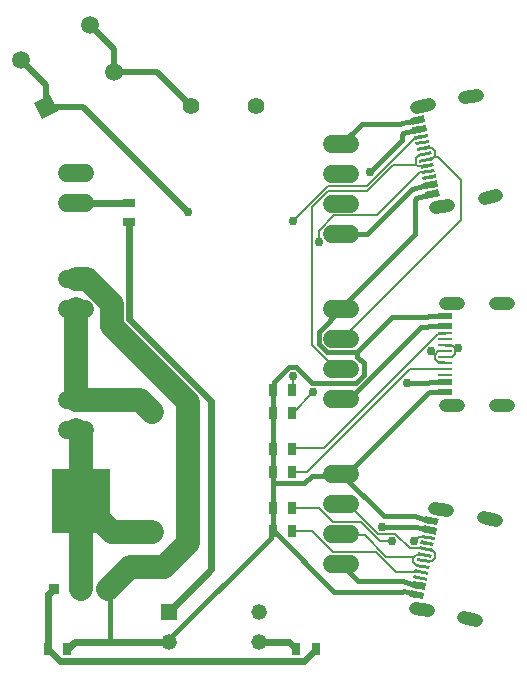
<source format=gbr>
G04 EAGLE Gerber RS-274X export*
G75*
%MOMM*%
%FSLAX34Y34*%
%LPD*%
%INTop Copper*%
%IPPOS*%
%AMOC8*
5,1,8,0,0,1.08239X$1,22.5*%
G01*
G04 Define Apertures*
%ADD10C,1.524000*%
%ADD11R,0.575000X1.150000*%
%ADD12R,0.275000X1.150000*%
%ADD13C,1.108000*%
%ADD14R,1.150000X0.575000*%
%ADD15R,1.150000X0.275000*%
%ADD16R,0.798700X0.973900*%
%ADD17R,0.973900X0.798700*%
%ADD18R,1.320800X1.320800*%
%ADD19C,1.320800*%
%ADD20C,1.676400*%
%ADD21R,0.909000X0.908000*%
%ADD22R,4.923800X5.505400*%
%ADD23C,1.400000*%
%ADD24C,1.498000*%
%ADD25R,1.498000X1.498000*%
%ADD26C,0.152400*%
%ADD27C,0.406400*%
%ADD28C,0.756400*%
%ADD29C,2.000000*%
%ADD30C,0.609600*%
%ADD31C,0.508000*%
D10*
X812380Y-12700D02*
X827620Y-12700D01*
X827620Y12700D02*
X812380Y12700D01*
X812380Y38100D02*
X827620Y38100D01*
X827620Y-38100D02*
X812380Y-38100D01*
X812380Y127300D02*
X827620Y127300D01*
X827620Y152700D02*
X812380Y152700D01*
X812380Y178100D02*
X827620Y178100D01*
X827620Y101900D02*
X812380Y101900D01*
X812380Y-152700D02*
X827620Y-152700D01*
X827620Y-127300D02*
X812380Y-127300D01*
X812380Y-101900D02*
X827620Y-101900D01*
X827620Y-178100D02*
X812380Y-178100D01*
D11*
G36*
X902218Y139380D02*
X903315Y133736D01*
X892028Y131542D01*
X890931Y137186D01*
X902218Y139380D01*
G37*
G36*
X900692Y147233D02*
X901789Y141589D01*
X890502Y139395D01*
X889405Y145039D01*
X900692Y147233D01*
G37*
D12*
G36*
X898784Y157049D02*
X899309Y154351D01*
X888022Y152157D01*
X887497Y154855D01*
X898784Y157049D01*
G37*
G36*
X896875Y166865D02*
X897400Y164167D01*
X886113Y161973D01*
X885588Y164671D01*
X896875Y166865D01*
G37*
G36*
X895921Y171773D02*
X896446Y169075D01*
X885159Y166881D01*
X884634Y169579D01*
X895921Y171773D01*
G37*
G36*
X894013Y181589D02*
X894538Y178891D01*
X883251Y176697D01*
X882726Y179395D01*
X894013Y181589D01*
G37*
D11*
G36*
X890007Y202204D02*
X891104Y196560D01*
X879817Y194366D01*
X878720Y200010D01*
X890007Y202204D01*
G37*
G36*
X891533Y194351D02*
X892630Y188707D01*
X881343Y186513D01*
X880246Y192157D01*
X891533Y194351D01*
G37*
D12*
G36*
X893059Y186497D02*
X893584Y183799D01*
X882297Y181605D01*
X881772Y184303D01*
X893059Y186497D01*
G37*
G36*
X894967Y176681D02*
X895492Y173983D01*
X884205Y171789D01*
X883680Y174487D01*
X894967Y176681D01*
G37*
G36*
X897830Y161957D02*
X898355Y159259D01*
X887068Y157065D01*
X886543Y159763D01*
X897830Y161957D01*
G37*
G36*
X899738Y152140D02*
X900263Y149442D01*
X888976Y147248D01*
X888451Y149946D01*
X899738Y152140D01*
G37*
D13*
X910343Y126621D02*
X899467Y124507D01*
X882981Y209319D02*
X893857Y211433D01*
X940499Y132483D02*
X951375Y134597D01*
X934889Y219409D02*
X924013Y217295D01*
D14*
X907838Y-32000D03*
X907838Y-24000D03*
D15*
X907838Y-12500D03*
X907838Y-2500D03*
X907838Y2500D03*
X907838Y12500D03*
D14*
X907838Y32000D03*
X907838Y24000D03*
D15*
X907838Y17500D03*
X907838Y7500D03*
X907838Y-7500D03*
X907838Y-17500D03*
D13*
X908048Y-43200D02*
X919128Y-43200D01*
X919128Y43200D02*
X908048Y43200D01*
X949848Y-43200D02*
X960928Y-43200D01*
X960928Y43200D02*
X949848Y43200D01*
D11*
G36*
X890287Y-202080D02*
X889190Y-207724D01*
X877903Y-205530D01*
X879000Y-199886D01*
X890287Y-202080D01*
G37*
G36*
X891814Y-194227D02*
X890717Y-199871D01*
X879430Y-197677D01*
X880527Y-192033D01*
X891814Y-194227D01*
G37*
D12*
G36*
X893722Y-184412D02*
X893197Y-187110D01*
X881910Y-184916D01*
X882435Y-182218D01*
X893722Y-184412D01*
G37*
G36*
X895630Y-174595D02*
X895105Y-177293D01*
X883818Y-175099D01*
X884343Y-172401D01*
X895630Y-174595D01*
G37*
G36*
X896584Y-169687D02*
X896059Y-172385D01*
X884772Y-170191D01*
X885297Y-167493D01*
X896584Y-169687D01*
G37*
G36*
X898492Y-159871D02*
X897967Y-162569D01*
X886680Y-160375D01*
X887205Y-157677D01*
X898492Y-159871D01*
G37*
D11*
G36*
X902499Y-139256D02*
X901402Y-144900D01*
X890115Y-142706D01*
X891212Y-137062D01*
X902499Y-139256D01*
G37*
G36*
X900972Y-147109D02*
X899875Y-152753D01*
X888588Y-150559D01*
X889685Y-144915D01*
X900972Y-147109D01*
G37*
D12*
G36*
X899446Y-154963D02*
X898921Y-157661D01*
X887634Y-155467D01*
X888159Y-152769D01*
X899446Y-154963D01*
G37*
G36*
X897538Y-164779D02*
X897013Y-167477D01*
X885726Y-165283D01*
X886251Y-162585D01*
X897538Y-164779D01*
G37*
G36*
X894676Y-179503D02*
X894151Y-182201D01*
X882864Y-180007D01*
X883389Y-177309D01*
X894676Y-179503D01*
G37*
G36*
X892768Y-189320D02*
X892243Y-192018D01*
X880956Y-189824D01*
X881481Y-187126D01*
X892768Y-189320D01*
G37*
D13*
X893041Y-216954D02*
X882164Y-214840D01*
X898650Y-130027D02*
X909527Y-132141D01*
X923196Y-222815D02*
X934073Y-224930D01*
X950559Y-140117D02*
X939682Y-138003D01*
D16*
X571848Y-250000D03*
X588152Y-250000D03*
D17*
X640000Y111848D03*
X640000Y128152D03*
D10*
X602859Y-63989D02*
X587619Y-63989D01*
X587619Y-38589D02*
X602859Y-38589D01*
D18*
X673856Y-218077D03*
D19*
X673856Y-243477D03*
X750056Y-243477D03*
X750056Y-218077D03*
D20*
X660000Y-150800D03*
X660000Y-49200D03*
D21*
X576341Y-198835D03*
X599455Y-198835D03*
X622569Y-198835D03*
D22*
X599455Y-124016D03*
D16*
X798152Y-250000D03*
X781848Y-250000D03*
D10*
X602930Y127749D02*
X587690Y127749D01*
X587690Y153149D02*
X602930Y153149D01*
X602930Y37749D02*
X587690Y37749D01*
X587690Y63149D02*
X602930Y63149D01*
D23*
X692500Y210000D03*
X747500Y210000D03*
D16*
X778152Y-30000D03*
X761848Y-30000D03*
X778152Y-50000D03*
X761848Y-50000D03*
X778152Y-80000D03*
X761848Y-80000D03*
X778152Y-100000D03*
X761848Y-100000D03*
X778152Y-130000D03*
X761848Y-130000D03*
X778152Y-150000D03*
X761848Y-150000D03*
D24*
X606834Y278856D03*
X627543Y238905D03*
X549126Y248943D03*
D25*
G36*
X559739Y212194D02*
X573037Y219088D01*
X579931Y205790D01*
X566633Y198896D01*
X559739Y212194D01*
G37*
D26*
X891540Y164592D02*
X896112Y164592D01*
X898779Y167259D02*
X899160Y167640D01*
X898779Y167259D02*
X896112Y164592D01*
X899160Y167640D02*
X899160Y172212D01*
X896874Y174498D01*
X890016Y174498D01*
X891540Y164592D02*
X891494Y164419D01*
X889586Y174235D02*
X890016Y174498D01*
X899160Y166878D02*
X901446Y166878D01*
X921258Y147066D01*
X921258Y113538D01*
X820674Y12954D01*
X899160Y166878D02*
X898779Y167259D01*
X820674Y12954D02*
X820000Y12700D01*
D27*
X889568Y142033D02*
X895597Y143314D01*
X889568Y142033D02*
X880000Y140000D01*
X841900Y101900D01*
X820000Y101900D01*
X872000Y187000D02*
X886438Y190432D01*
X894000Y24000D02*
X907838Y24000D01*
X907838Y-24000D02*
X895000Y-24000D01*
X883000Y-146000D02*
X894780Y-148834D01*
X885622Y-195952D02*
X874000Y-193000D01*
X872490Y-192024D02*
X834390Y-192024D01*
X820674Y-178308D01*
X872490Y-192024D02*
X874000Y-193000D01*
X820674Y-178308D02*
X820000Y-178100D01*
X854202Y-146304D02*
X880872Y-146304D01*
X883000Y-146000D01*
X871728Y181356D02*
X871728Y185166D01*
X871728Y181356D02*
X844296Y153924D01*
X871728Y185166D02*
X872000Y187000D01*
X875538Y-24384D02*
X893064Y-24384D01*
X895000Y-24000D01*
X892302Y22860D02*
X887730Y22860D01*
X826770Y-38100D01*
X820000Y-38100D01*
X892302Y22860D02*
X894000Y24000D01*
D28*
X854202Y-146304D03*
X844296Y153924D03*
X875538Y-24384D03*
D26*
X886206Y169164D02*
X890016Y169164D01*
X886206Y169164D02*
X883158Y166116D01*
X883158Y160782D01*
X883539Y160401D02*
X884682Y159258D01*
X883539Y160401D02*
X883158Y160782D01*
X884682Y159258D02*
X892302Y159258D01*
X890016Y169164D02*
X890540Y169327D01*
X892449Y159511D02*
X892302Y159258D01*
X883158Y160020D02*
X864108Y160020D01*
X842010Y137922D01*
X808482Y137922D01*
X794766Y124206D01*
X794766Y7620D01*
X814578Y-12192D01*
X819912Y-12192D01*
X883158Y160020D02*
X883539Y160401D01*
X819912Y-12192D02*
X820000Y-12700D01*
X908304Y-2286D02*
X913638Y-2286D01*
X915924Y0D01*
X915924Y5334D01*
X914400Y6858D01*
X908304Y6858D01*
X908304Y-2286D02*
X907838Y-2500D01*
X908304Y6858D02*
X907838Y7500D01*
X915924Y5334D02*
X918972Y5334D01*
D28*
X918972Y5334D03*
D26*
X907542Y-6858D02*
X901446Y-6858D01*
X899160Y-4572D01*
X899160Y-762D01*
X899541Y-381D02*
X902208Y2286D01*
X899541Y-381D02*
X899160Y-762D01*
X902208Y2286D02*
X907542Y2286D01*
X907542Y-6858D02*
X907838Y-7500D01*
X907542Y2286D02*
X907838Y2500D01*
X899541Y-381D02*
X896874Y2286D01*
X896112Y2286D01*
D28*
X896112Y2286D03*
D26*
X896874Y-175260D02*
X890016Y-175260D01*
X896874Y-175260D02*
X899160Y-172974D01*
X899160Y-168402D01*
X896112Y-165354D01*
X892302Y-165354D01*
X889724Y-174847D02*
X890016Y-175260D01*
X892302Y-165354D02*
X891632Y-165031D01*
X891540Y-164592D02*
X877824Y-164592D01*
X865632Y-152400D01*
X851154Y-152400D01*
X826770Y-128016D01*
X820674Y-128016D01*
X891540Y-164592D02*
X891632Y-165031D01*
X820674Y-128016D02*
X820000Y-127300D01*
X883920Y-179070D02*
X888492Y-179070D01*
X883920Y-179070D02*
X880872Y-176022D01*
X880872Y-172212D01*
X881253Y-171831D02*
X883158Y-169926D01*
X881253Y-171831D02*
X880872Y-172212D01*
X883158Y-169926D02*
X890016Y-169926D01*
X888492Y-179070D02*
X888770Y-179755D01*
X890016Y-169926D02*
X890678Y-169939D01*
X880872Y-171450D02*
X858012Y-171450D01*
X839724Y-153162D01*
X820674Y-153162D01*
X880872Y-171450D02*
X881253Y-171831D01*
X820674Y-153162D02*
X820000Y-152700D01*
D29*
X641404Y-180000D02*
X622569Y-198835D01*
X641404Y-180000D02*
X670000Y-180000D01*
X690000Y-160000D01*
D30*
X594675Y-243477D02*
X588152Y-250000D01*
X594675Y-243477D02*
X624078Y-243477D01*
X673856Y-243477D01*
D29*
X690000Y-160000D02*
X690000Y-40608D01*
X625428Y23964D02*
X625428Y42325D01*
X604604Y63149D01*
X595310Y63149D01*
X625428Y23964D02*
X690000Y-40608D01*
D27*
X895000Y-32000D02*
X907838Y-32000D01*
X907838Y32000D02*
X894000Y32000D01*
X884000Y-138000D02*
X896307Y-140981D01*
X884095Y-203805D02*
X873000Y-201000D01*
X871000Y196000D02*
X884912Y198285D01*
X897123Y135461D02*
X883000Y132000D01*
X892302Y31242D02*
X862584Y31242D01*
X832866Y1524D01*
X807720Y1524D01*
X800862Y8382D01*
X800862Y19050D01*
X819912Y38100D01*
X892302Y31242D02*
X894000Y32000D01*
X820000Y38100D02*
X819912Y38100D01*
X882396Y101346D02*
X882396Y130302D01*
X882396Y101346D02*
X820674Y39624D01*
X882396Y130302D02*
X883000Y132000D01*
X820674Y39624D02*
X820000Y38100D01*
X855726Y-137160D02*
X882396Y-137160D01*
X855726Y-137160D02*
X820674Y-102108D01*
X882396Y-137160D02*
X884000Y-138000D01*
X820674Y-102108D02*
X820000Y-101900D01*
X822960Y-102870D02*
X893064Y-32766D01*
X895000Y-32000D01*
X822960Y-102870D02*
X820000Y-101900D01*
X762000Y-99822D02*
X762000Y-80010D01*
X762000Y-99822D02*
X761848Y-100000D01*
X762000Y-80010D02*
X761848Y-80000D01*
X762000Y-49530D02*
X762000Y-30480D01*
X762000Y-49530D02*
X761848Y-50000D01*
X762000Y-30480D02*
X761848Y-30000D01*
X762000Y-51816D02*
X762000Y-78486D01*
X761848Y-80000D01*
X762000Y-51816D02*
X761848Y-50000D01*
X762000Y-130302D02*
X762000Y-149352D01*
X761848Y-150000D01*
X762000Y-130302D02*
X761848Y-130000D01*
X813816Y-201168D02*
X870966Y-201168D01*
X813816Y-201168D02*
X763524Y-150876D01*
X870966Y-201168D02*
X873000Y-201000D01*
X763524Y-150876D02*
X761848Y-150000D01*
X762000Y-128016D02*
X762000Y-108966D01*
X762000Y-101346D01*
X761848Y-100000D01*
X762000Y-128016D02*
X761848Y-130000D01*
X794766Y-102870D02*
X818388Y-102870D01*
X794766Y-102870D02*
X788670Y-108966D01*
X762000Y-108966D01*
X818388Y-102870D02*
X820000Y-101900D01*
X833628Y-2286D02*
X833628Y0D01*
X833628Y-2286D02*
X838962Y-7620D01*
X838962Y-17526D01*
X832104Y-24384D01*
X795528Y-24384D01*
X781812Y-10668D01*
X775716Y-10668D01*
X762762Y-23622D01*
X762762Y-28194D01*
X832866Y1524D02*
X833628Y0D01*
X762762Y-28194D02*
X761848Y-30000D01*
X837438Y195072D02*
X869442Y195072D01*
X837438Y195072D02*
X820674Y178308D01*
X869442Y195072D02*
X871000Y196000D01*
X820674Y178308D02*
X820000Y178100D01*
X624078Y-208788D02*
X624078Y-243477D01*
X624078Y-208788D02*
X622569Y-198835D01*
X760476Y-155448D02*
X760476Y-151638D01*
X760476Y-155448D02*
X675132Y-240792D01*
X760476Y-151638D02*
X761848Y-150000D01*
X675132Y-240792D02*
X673856Y-243477D01*
D26*
X778764Y-29718D02*
X778764Y-18288D01*
X778764Y112776D02*
X808482Y142494D01*
X842010Y142494D01*
X883158Y183642D01*
X886968Y183642D01*
X778764Y-29718D02*
X778152Y-30000D01*
X886968Y183642D02*
X887678Y184051D01*
D28*
X778764Y-18288D03*
X778764Y112776D03*
D26*
X796290Y-32004D02*
X778764Y-49530D01*
X800862Y94488D02*
X800862Y104394D01*
X813816Y117348D01*
X850392Y117348D01*
X886968Y153924D01*
X893064Y153924D01*
X778764Y-49530D02*
X778152Y-50000D01*
X893064Y153924D02*
X893403Y154603D01*
D28*
X796290Y-32004D03*
X800862Y94488D03*
D26*
X805434Y-79248D02*
X778764Y-79248D01*
X805434Y-79248D02*
X901446Y16764D01*
X907542Y16764D01*
X778764Y-79248D02*
X778152Y-80000D01*
X907542Y16764D02*
X907838Y17500D01*
X790956Y-99822D02*
X778764Y-99822D01*
X790956Y-99822D02*
X877824Y-12954D01*
X907542Y-12954D01*
X778764Y-99822D02*
X778152Y-100000D01*
X907542Y-12954D02*
X907838Y-12500D01*
X800862Y-130302D02*
X778764Y-130302D01*
X800862Y-130302D02*
X813054Y-142494D01*
X836676Y-142494D01*
X852678Y-158496D01*
X862584Y-158496D01*
X881634Y-158496D02*
X885444Y-154686D01*
X893064Y-154686D01*
X778764Y-130302D02*
X778152Y-130000D01*
X893064Y-154686D02*
X893540Y-155215D01*
D28*
X862584Y-158496D03*
X881634Y-158496D03*
D26*
X795528Y-150114D02*
X778764Y-150114D01*
X795528Y-150114D02*
X813054Y-167640D01*
X849630Y-167640D01*
X866394Y-184404D01*
X887730Y-184404D01*
X778764Y-150114D02*
X778152Y-150000D01*
X887730Y-184404D02*
X887816Y-184664D01*
D30*
X595310Y127749D02*
X595713Y128152D01*
X640000Y128152D01*
X640000Y111848D02*
X640000Y30000D01*
X710000Y-40000D01*
X710000Y-181933D01*
X673856Y-218077D01*
X576341Y-198835D02*
X571848Y-203328D01*
X571848Y-250000D01*
X788152Y-260000D02*
X798152Y-250000D01*
X788152Y-260000D02*
X581848Y-260000D01*
X571848Y-250000D01*
D29*
X599455Y-68205D02*
X595239Y-63989D01*
X599455Y-68205D02*
X599455Y-124016D01*
X599455Y-198835D01*
X626239Y-150800D02*
X660000Y-150800D01*
X626239Y-150800D02*
X599455Y-124016D01*
D30*
X750056Y-243477D02*
X775325Y-243477D01*
X781848Y-250000D01*
D31*
X569835Y228234D02*
X549126Y248943D01*
X569835Y228234D02*
X569835Y208992D01*
D28*
X690000Y120000D03*
D31*
X601008Y208992D01*
X569835Y208992D01*
D29*
X595310Y37749D02*
X595310Y-38518D01*
X595239Y-38589D01*
X649389Y-38589D01*
X660000Y-49200D01*
D31*
X627543Y258147D02*
X606834Y278856D01*
X627543Y258147D02*
X627543Y238905D01*
X663595Y238905D01*
X692500Y210000D01*
M02*

</source>
